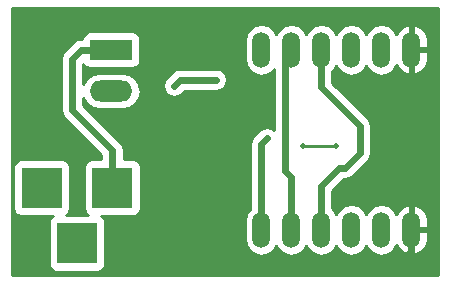
<source format=gbr>
G04 #@! TF.FileFunction,Copper,L2,Bot,Signal*
%FSLAX46Y46*%
G04 Gerber Fmt 4.6, Leading zero omitted, Abs format (unit mm)*
G04 Created by KiCad (PCBNEW 4.0.4-stable) date 11/12/16 20:40:28*
%MOMM*%
%LPD*%
G01*
G04 APERTURE LIST*
%ADD10C,0.100000*%
%ADD11R,3.600000X1.800000*%
%ADD12O,3.600000X1.800000*%
%ADD13O,1.506220X3.014980*%
%ADD14R,3.500120X3.500120*%
%ADD15C,0.508000*%
%ADD16C,0.609600*%
%ADD17C,0.254000*%
G04 APERTURE END LIST*
D10*
D11*
X120904000Y-101092000D03*
D12*
X120904000Y-104592000D03*
D13*
X133604000Y-116332000D03*
X136144000Y-116332000D03*
X138684000Y-116332000D03*
X141224000Y-116332000D03*
X143764000Y-116332000D03*
X146304000Y-116332000D03*
X133604000Y-101092000D03*
X136144000Y-101092000D03*
X138684000Y-101092000D03*
X141224000Y-101092000D03*
X143764000Y-101092000D03*
X146304000Y-101092000D03*
D14*
X121008140Y-112776000D03*
X115008660Y-112776000D03*
X118008400Y-117475000D03*
D15*
X132080000Y-114808000D03*
X132207000Y-110617000D03*
X134112000Y-108585000D03*
X137160000Y-109220000D03*
X139954000Y-109220000D03*
X129794000Y-103632000D03*
X126238000Y-104140000D03*
D16*
X121008140Y-112776000D02*
X121008140Y-109578140D01*
X118364000Y-101092000D02*
X120904000Y-101092000D01*
X117602000Y-101854000D02*
X118364000Y-101092000D01*
X117602000Y-106172000D02*
X117602000Y-101854000D01*
X121008140Y-109578140D02*
X117602000Y-106172000D01*
X132080000Y-114808000D02*
X132080000Y-117856000D01*
X146304000Y-118110000D02*
X146304000Y-116332000D01*
X145542000Y-118872000D02*
X146304000Y-118110000D01*
X133096000Y-118872000D02*
X145542000Y-118872000D01*
X132080000Y-117856000D02*
X133096000Y-118872000D01*
X132080000Y-114808000D02*
X132080000Y-114554000D01*
X132207000Y-114427000D02*
X132207000Y-110617000D01*
D17*
X132080000Y-114554000D02*
X132207000Y-114427000D01*
D16*
X134112000Y-108585000D02*
X133604000Y-109093000D01*
X133604000Y-109093000D02*
X133604000Y-116332000D01*
D17*
X137160000Y-109220000D02*
X139954000Y-109220000D01*
D16*
X126746000Y-103632000D02*
X129794000Y-103632000D01*
X126238000Y-104140000D02*
X126746000Y-103632000D01*
X138684000Y-116332000D02*
X138684000Y-112649000D01*
X138684000Y-104267000D02*
X138684000Y-101092000D01*
X141986000Y-107569000D02*
X138684000Y-104267000D01*
X141986000Y-109855000D02*
X141986000Y-107569000D01*
X140716000Y-111125000D02*
X141986000Y-109855000D01*
X140208000Y-111125000D02*
X140716000Y-111125000D01*
X138684000Y-112649000D02*
X140208000Y-111125000D01*
X136144000Y-116332000D02*
X136144000Y-111887000D01*
X135636000Y-111379000D02*
X135636000Y-101600000D01*
X136144000Y-111887000D02*
X135636000Y-111379000D01*
X135636000Y-101600000D02*
X136144000Y-101092000D01*
D17*
G36*
X148590000Y-120142000D02*
X112522000Y-120142000D01*
X112522000Y-111025940D01*
X112611160Y-111025940D01*
X112611160Y-114526060D01*
X112655438Y-114761377D01*
X112794510Y-114977501D01*
X113006710Y-115122491D01*
X113258600Y-115173500D01*
X115942645Y-115173500D01*
X115806899Y-115260850D01*
X115661909Y-115473050D01*
X115610900Y-115724940D01*
X115610900Y-119225060D01*
X115655178Y-119460377D01*
X115794250Y-119676501D01*
X116006450Y-119821491D01*
X116258340Y-119872500D01*
X119758460Y-119872500D01*
X119993777Y-119828222D01*
X120209901Y-119689150D01*
X120354891Y-119476950D01*
X120405900Y-119225060D01*
X120405900Y-115724940D01*
X120361622Y-115489623D01*
X120222550Y-115273499D01*
X120076197Y-115173500D01*
X122758200Y-115173500D01*
X122993517Y-115129222D01*
X123209641Y-114990150D01*
X123354631Y-114777950D01*
X123405640Y-114526060D01*
X123405640Y-111025940D01*
X123361362Y-110790623D01*
X123222290Y-110574499D01*
X123010090Y-110429509D01*
X122758200Y-110378500D01*
X121947940Y-110378500D01*
X121947940Y-109578140D01*
X121876402Y-109218494D01*
X121672679Y-108913601D01*
X118541800Y-105782722D01*
X118541800Y-105184895D01*
X118870887Y-105677409D01*
X119368877Y-106010155D01*
X119956296Y-106127000D01*
X121851704Y-106127000D01*
X122439123Y-106010155D01*
X122937113Y-105677409D01*
X123269859Y-105179419D01*
X123386704Y-104592000D01*
X123296796Y-104140000D01*
X125298200Y-104140000D01*
X125369738Y-104499646D01*
X125573461Y-104804539D01*
X125878354Y-105008262D01*
X126238000Y-105079800D01*
X126597646Y-105008262D01*
X126902539Y-104804539D01*
X127135278Y-104571800D01*
X129794000Y-104571800D01*
X130153646Y-104500262D01*
X130458539Y-104296539D01*
X130662262Y-103991646D01*
X130733800Y-103632000D01*
X130662262Y-103272354D01*
X130458539Y-102967461D01*
X130153646Y-102763738D01*
X129794000Y-102692200D01*
X126746000Y-102692200D01*
X126386354Y-102763738D01*
X126081461Y-102967461D01*
X125573461Y-103475461D01*
X125369738Y-103780354D01*
X125298200Y-104140000D01*
X123296796Y-104140000D01*
X123269859Y-104004581D01*
X122937113Y-103506591D01*
X122439123Y-103173845D01*
X121851704Y-103057000D01*
X119956296Y-103057000D01*
X119368877Y-103173845D01*
X118870887Y-103506591D01*
X118541800Y-103999105D01*
X118541800Y-102290974D01*
X118639910Y-102443441D01*
X118852110Y-102588431D01*
X119104000Y-102639440D01*
X122704000Y-102639440D01*
X122939317Y-102595162D01*
X123155441Y-102456090D01*
X123300431Y-102243890D01*
X123351440Y-101992000D01*
X123351440Y-100295646D01*
X132215890Y-100295646D01*
X132215890Y-101888354D01*
X132321554Y-102419561D01*
X132622458Y-102869896D01*
X133072793Y-103170800D01*
X133604000Y-103276464D01*
X134135207Y-103170800D01*
X134585542Y-102869896D01*
X134696200Y-102704284D01*
X134696200Y-107866780D01*
X134471645Y-107716738D01*
X134112000Y-107645200D01*
X133752354Y-107716738D01*
X133447461Y-107920461D01*
X132939461Y-108428461D01*
X132735738Y-108733354D01*
X132664200Y-109093000D01*
X132664200Y-114526213D01*
X132622458Y-114554104D01*
X132321554Y-115004439D01*
X132215890Y-115535646D01*
X132215890Y-117128354D01*
X132321554Y-117659561D01*
X132622458Y-118109896D01*
X133072793Y-118410800D01*
X133604000Y-118516464D01*
X134135207Y-118410800D01*
X134585542Y-118109896D01*
X134874000Y-117678188D01*
X135162458Y-118109896D01*
X135612793Y-118410800D01*
X136144000Y-118516464D01*
X136675207Y-118410800D01*
X137125542Y-118109896D01*
X137414000Y-117678188D01*
X137702458Y-118109896D01*
X138152793Y-118410800D01*
X138684000Y-118516464D01*
X139215207Y-118410800D01*
X139665542Y-118109896D01*
X139954000Y-117678188D01*
X140242458Y-118109896D01*
X140692793Y-118410800D01*
X141224000Y-118516464D01*
X141755207Y-118410800D01*
X142205542Y-118109896D01*
X142494000Y-117678188D01*
X142782458Y-118109896D01*
X143232793Y-118410800D01*
X143764000Y-118516464D01*
X144295207Y-118410800D01*
X144745542Y-118109896D01*
X145046446Y-117659561D01*
X145047016Y-117656694D01*
X145070154Y-117734919D01*
X145412260Y-118157724D01*
X145890125Y-118417427D01*
X145962326Y-118431783D01*
X146177000Y-118309162D01*
X146177000Y-116459000D01*
X146431000Y-116459000D01*
X146431000Y-118309162D01*
X146645674Y-118431783D01*
X146717875Y-118417427D01*
X147195740Y-118157724D01*
X147537846Y-117734919D01*
X147692110Y-117213380D01*
X147692110Y-116459000D01*
X146431000Y-116459000D01*
X146177000Y-116459000D01*
X146157000Y-116459000D01*
X146157000Y-116205000D01*
X146177000Y-116205000D01*
X146177000Y-114354838D01*
X146431000Y-114354838D01*
X146431000Y-116205000D01*
X147692110Y-116205000D01*
X147692110Y-115450620D01*
X147537846Y-114929081D01*
X147195740Y-114506276D01*
X146717875Y-114246573D01*
X146645674Y-114232217D01*
X146431000Y-114354838D01*
X146177000Y-114354838D01*
X145962326Y-114232217D01*
X145890125Y-114246573D01*
X145412260Y-114506276D01*
X145070154Y-114929081D01*
X145047016Y-115007306D01*
X145046446Y-115004439D01*
X144745542Y-114554104D01*
X144295207Y-114253200D01*
X143764000Y-114147536D01*
X143232793Y-114253200D01*
X142782458Y-114554104D01*
X142494000Y-114985812D01*
X142205542Y-114554104D01*
X141755207Y-114253200D01*
X141224000Y-114147536D01*
X140692793Y-114253200D01*
X140242458Y-114554104D01*
X139954000Y-114985812D01*
X139665542Y-114554104D01*
X139623800Y-114526213D01*
X139623800Y-113038278D01*
X140597278Y-112064800D01*
X140716000Y-112064800D01*
X141075646Y-111993262D01*
X141380539Y-111789539D01*
X142650539Y-110519539D01*
X142854262Y-110214646D01*
X142925800Y-109855000D01*
X142925800Y-107569000D01*
X142854262Y-107209354D01*
X142650539Y-106904461D01*
X139623800Y-103877722D01*
X139623800Y-102897787D01*
X139665542Y-102869896D01*
X139954000Y-102438188D01*
X140242458Y-102869896D01*
X140692793Y-103170800D01*
X141224000Y-103276464D01*
X141755207Y-103170800D01*
X142205542Y-102869896D01*
X142494000Y-102438188D01*
X142782458Y-102869896D01*
X143232793Y-103170800D01*
X143764000Y-103276464D01*
X144295207Y-103170800D01*
X144745542Y-102869896D01*
X145046446Y-102419561D01*
X145047016Y-102416694D01*
X145070154Y-102494919D01*
X145412260Y-102917724D01*
X145890125Y-103177427D01*
X145962326Y-103191783D01*
X146177000Y-103069162D01*
X146177000Y-101219000D01*
X146431000Y-101219000D01*
X146431000Y-103069162D01*
X146645674Y-103191783D01*
X146717875Y-103177427D01*
X147195740Y-102917724D01*
X147537846Y-102494919D01*
X147692110Y-101973380D01*
X147692110Y-101219000D01*
X146431000Y-101219000D01*
X146177000Y-101219000D01*
X146157000Y-101219000D01*
X146157000Y-100965000D01*
X146177000Y-100965000D01*
X146177000Y-99114838D01*
X146431000Y-99114838D01*
X146431000Y-100965000D01*
X147692110Y-100965000D01*
X147692110Y-100210620D01*
X147537846Y-99689081D01*
X147195740Y-99266276D01*
X146717875Y-99006573D01*
X146645674Y-98992217D01*
X146431000Y-99114838D01*
X146177000Y-99114838D01*
X145962326Y-98992217D01*
X145890125Y-99006573D01*
X145412260Y-99266276D01*
X145070154Y-99689081D01*
X145047016Y-99767306D01*
X145046446Y-99764439D01*
X144745542Y-99314104D01*
X144295207Y-99013200D01*
X143764000Y-98907536D01*
X143232793Y-99013200D01*
X142782458Y-99314104D01*
X142494000Y-99745812D01*
X142205542Y-99314104D01*
X141755207Y-99013200D01*
X141224000Y-98907536D01*
X140692793Y-99013200D01*
X140242458Y-99314104D01*
X139954000Y-99745812D01*
X139665542Y-99314104D01*
X139215207Y-99013200D01*
X138684000Y-98907536D01*
X138152793Y-99013200D01*
X137702458Y-99314104D01*
X137414000Y-99745812D01*
X137125542Y-99314104D01*
X136675207Y-99013200D01*
X136144000Y-98907536D01*
X135612793Y-99013200D01*
X135162458Y-99314104D01*
X134874000Y-99745812D01*
X134585542Y-99314104D01*
X134135207Y-99013200D01*
X133604000Y-98907536D01*
X133072793Y-99013200D01*
X132622458Y-99314104D01*
X132321554Y-99764439D01*
X132215890Y-100295646D01*
X123351440Y-100295646D01*
X123351440Y-100192000D01*
X123307162Y-99956683D01*
X123168090Y-99740559D01*
X122955890Y-99595569D01*
X122704000Y-99544560D01*
X119104000Y-99544560D01*
X118868683Y-99588838D01*
X118652559Y-99727910D01*
X118507569Y-99940110D01*
X118464620Y-100152200D01*
X118364000Y-100152200D01*
X118004354Y-100223738D01*
X117699461Y-100427461D01*
X116937461Y-101189461D01*
X116733738Y-101494354D01*
X116662200Y-101854000D01*
X116662200Y-106172000D01*
X116733738Y-106531646D01*
X116937461Y-106836539D01*
X120068340Y-109967418D01*
X120068340Y-110378500D01*
X119258080Y-110378500D01*
X119022763Y-110422778D01*
X118806639Y-110561850D01*
X118661649Y-110774050D01*
X118610640Y-111025940D01*
X118610640Y-114526060D01*
X118654918Y-114761377D01*
X118793990Y-114977501D01*
X118940343Y-115077500D01*
X117074415Y-115077500D01*
X117210161Y-114990150D01*
X117355151Y-114777950D01*
X117406160Y-114526060D01*
X117406160Y-111025940D01*
X117361882Y-110790623D01*
X117222810Y-110574499D01*
X117010610Y-110429509D01*
X116758720Y-110378500D01*
X113258600Y-110378500D01*
X113023283Y-110422778D01*
X112807159Y-110561850D01*
X112662169Y-110774050D01*
X112611160Y-111025940D01*
X112522000Y-111025940D01*
X112522000Y-97536000D01*
X148590000Y-97536000D01*
X148590000Y-120142000D01*
X148590000Y-120142000D01*
G37*
X148590000Y-120142000D02*
X112522000Y-120142000D01*
X112522000Y-111025940D01*
X112611160Y-111025940D01*
X112611160Y-114526060D01*
X112655438Y-114761377D01*
X112794510Y-114977501D01*
X113006710Y-115122491D01*
X113258600Y-115173500D01*
X115942645Y-115173500D01*
X115806899Y-115260850D01*
X115661909Y-115473050D01*
X115610900Y-115724940D01*
X115610900Y-119225060D01*
X115655178Y-119460377D01*
X115794250Y-119676501D01*
X116006450Y-119821491D01*
X116258340Y-119872500D01*
X119758460Y-119872500D01*
X119993777Y-119828222D01*
X120209901Y-119689150D01*
X120354891Y-119476950D01*
X120405900Y-119225060D01*
X120405900Y-115724940D01*
X120361622Y-115489623D01*
X120222550Y-115273499D01*
X120076197Y-115173500D01*
X122758200Y-115173500D01*
X122993517Y-115129222D01*
X123209641Y-114990150D01*
X123354631Y-114777950D01*
X123405640Y-114526060D01*
X123405640Y-111025940D01*
X123361362Y-110790623D01*
X123222290Y-110574499D01*
X123010090Y-110429509D01*
X122758200Y-110378500D01*
X121947940Y-110378500D01*
X121947940Y-109578140D01*
X121876402Y-109218494D01*
X121672679Y-108913601D01*
X118541800Y-105782722D01*
X118541800Y-105184895D01*
X118870887Y-105677409D01*
X119368877Y-106010155D01*
X119956296Y-106127000D01*
X121851704Y-106127000D01*
X122439123Y-106010155D01*
X122937113Y-105677409D01*
X123269859Y-105179419D01*
X123386704Y-104592000D01*
X123296796Y-104140000D01*
X125298200Y-104140000D01*
X125369738Y-104499646D01*
X125573461Y-104804539D01*
X125878354Y-105008262D01*
X126238000Y-105079800D01*
X126597646Y-105008262D01*
X126902539Y-104804539D01*
X127135278Y-104571800D01*
X129794000Y-104571800D01*
X130153646Y-104500262D01*
X130458539Y-104296539D01*
X130662262Y-103991646D01*
X130733800Y-103632000D01*
X130662262Y-103272354D01*
X130458539Y-102967461D01*
X130153646Y-102763738D01*
X129794000Y-102692200D01*
X126746000Y-102692200D01*
X126386354Y-102763738D01*
X126081461Y-102967461D01*
X125573461Y-103475461D01*
X125369738Y-103780354D01*
X125298200Y-104140000D01*
X123296796Y-104140000D01*
X123269859Y-104004581D01*
X122937113Y-103506591D01*
X122439123Y-103173845D01*
X121851704Y-103057000D01*
X119956296Y-103057000D01*
X119368877Y-103173845D01*
X118870887Y-103506591D01*
X118541800Y-103999105D01*
X118541800Y-102290974D01*
X118639910Y-102443441D01*
X118852110Y-102588431D01*
X119104000Y-102639440D01*
X122704000Y-102639440D01*
X122939317Y-102595162D01*
X123155441Y-102456090D01*
X123300431Y-102243890D01*
X123351440Y-101992000D01*
X123351440Y-100295646D01*
X132215890Y-100295646D01*
X132215890Y-101888354D01*
X132321554Y-102419561D01*
X132622458Y-102869896D01*
X133072793Y-103170800D01*
X133604000Y-103276464D01*
X134135207Y-103170800D01*
X134585542Y-102869896D01*
X134696200Y-102704284D01*
X134696200Y-107866780D01*
X134471645Y-107716738D01*
X134112000Y-107645200D01*
X133752354Y-107716738D01*
X133447461Y-107920461D01*
X132939461Y-108428461D01*
X132735738Y-108733354D01*
X132664200Y-109093000D01*
X132664200Y-114526213D01*
X132622458Y-114554104D01*
X132321554Y-115004439D01*
X132215890Y-115535646D01*
X132215890Y-117128354D01*
X132321554Y-117659561D01*
X132622458Y-118109896D01*
X133072793Y-118410800D01*
X133604000Y-118516464D01*
X134135207Y-118410800D01*
X134585542Y-118109896D01*
X134874000Y-117678188D01*
X135162458Y-118109896D01*
X135612793Y-118410800D01*
X136144000Y-118516464D01*
X136675207Y-118410800D01*
X137125542Y-118109896D01*
X137414000Y-117678188D01*
X137702458Y-118109896D01*
X138152793Y-118410800D01*
X138684000Y-118516464D01*
X139215207Y-118410800D01*
X139665542Y-118109896D01*
X139954000Y-117678188D01*
X140242458Y-118109896D01*
X140692793Y-118410800D01*
X141224000Y-118516464D01*
X141755207Y-118410800D01*
X142205542Y-118109896D01*
X142494000Y-117678188D01*
X142782458Y-118109896D01*
X143232793Y-118410800D01*
X143764000Y-118516464D01*
X144295207Y-118410800D01*
X144745542Y-118109896D01*
X145046446Y-117659561D01*
X145047016Y-117656694D01*
X145070154Y-117734919D01*
X145412260Y-118157724D01*
X145890125Y-118417427D01*
X145962326Y-118431783D01*
X146177000Y-118309162D01*
X146177000Y-116459000D01*
X146431000Y-116459000D01*
X146431000Y-118309162D01*
X146645674Y-118431783D01*
X146717875Y-118417427D01*
X147195740Y-118157724D01*
X147537846Y-117734919D01*
X147692110Y-117213380D01*
X147692110Y-116459000D01*
X146431000Y-116459000D01*
X146177000Y-116459000D01*
X146157000Y-116459000D01*
X146157000Y-116205000D01*
X146177000Y-116205000D01*
X146177000Y-114354838D01*
X146431000Y-114354838D01*
X146431000Y-116205000D01*
X147692110Y-116205000D01*
X147692110Y-115450620D01*
X147537846Y-114929081D01*
X147195740Y-114506276D01*
X146717875Y-114246573D01*
X146645674Y-114232217D01*
X146431000Y-114354838D01*
X146177000Y-114354838D01*
X145962326Y-114232217D01*
X145890125Y-114246573D01*
X145412260Y-114506276D01*
X145070154Y-114929081D01*
X145047016Y-115007306D01*
X145046446Y-115004439D01*
X144745542Y-114554104D01*
X144295207Y-114253200D01*
X143764000Y-114147536D01*
X143232793Y-114253200D01*
X142782458Y-114554104D01*
X142494000Y-114985812D01*
X142205542Y-114554104D01*
X141755207Y-114253200D01*
X141224000Y-114147536D01*
X140692793Y-114253200D01*
X140242458Y-114554104D01*
X139954000Y-114985812D01*
X139665542Y-114554104D01*
X139623800Y-114526213D01*
X139623800Y-113038278D01*
X140597278Y-112064800D01*
X140716000Y-112064800D01*
X141075646Y-111993262D01*
X141380539Y-111789539D01*
X142650539Y-110519539D01*
X142854262Y-110214646D01*
X142925800Y-109855000D01*
X142925800Y-107569000D01*
X142854262Y-107209354D01*
X142650539Y-106904461D01*
X139623800Y-103877722D01*
X139623800Y-102897787D01*
X139665542Y-102869896D01*
X139954000Y-102438188D01*
X140242458Y-102869896D01*
X140692793Y-103170800D01*
X141224000Y-103276464D01*
X141755207Y-103170800D01*
X142205542Y-102869896D01*
X142494000Y-102438188D01*
X142782458Y-102869896D01*
X143232793Y-103170800D01*
X143764000Y-103276464D01*
X144295207Y-103170800D01*
X144745542Y-102869896D01*
X145046446Y-102419561D01*
X145047016Y-102416694D01*
X145070154Y-102494919D01*
X145412260Y-102917724D01*
X145890125Y-103177427D01*
X145962326Y-103191783D01*
X146177000Y-103069162D01*
X146177000Y-101219000D01*
X146431000Y-101219000D01*
X146431000Y-103069162D01*
X146645674Y-103191783D01*
X146717875Y-103177427D01*
X147195740Y-102917724D01*
X147537846Y-102494919D01*
X147692110Y-101973380D01*
X147692110Y-101219000D01*
X146431000Y-101219000D01*
X146177000Y-101219000D01*
X146157000Y-101219000D01*
X146157000Y-100965000D01*
X146177000Y-100965000D01*
X146177000Y-99114838D01*
X146431000Y-99114838D01*
X146431000Y-100965000D01*
X147692110Y-100965000D01*
X147692110Y-100210620D01*
X147537846Y-99689081D01*
X147195740Y-99266276D01*
X146717875Y-99006573D01*
X146645674Y-98992217D01*
X146431000Y-99114838D01*
X146177000Y-99114838D01*
X145962326Y-98992217D01*
X145890125Y-99006573D01*
X145412260Y-99266276D01*
X145070154Y-99689081D01*
X145047016Y-99767306D01*
X145046446Y-99764439D01*
X144745542Y-99314104D01*
X144295207Y-99013200D01*
X143764000Y-98907536D01*
X143232793Y-99013200D01*
X142782458Y-99314104D01*
X142494000Y-99745812D01*
X142205542Y-99314104D01*
X141755207Y-99013200D01*
X141224000Y-98907536D01*
X140692793Y-99013200D01*
X140242458Y-99314104D01*
X139954000Y-99745812D01*
X139665542Y-99314104D01*
X139215207Y-99013200D01*
X138684000Y-98907536D01*
X138152793Y-99013200D01*
X137702458Y-99314104D01*
X137414000Y-99745812D01*
X137125542Y-99314104D01*
X136675207Y-99013200D01*
X136144000Y-98907536D01*
X135612793Y-99013200D01*
X135162458Y-99314104D01*
X134874000Y-99745812D01*
X134585542Y-99314104D01*
X134135207Y-99013200D01*
X133604000Y-98907536D01*
X133072793Y-99013200D01*
X132622458Y-99314104D01*
X132321554Y-99764439D01*
X132215890Y-100295646D01*
X123351440Y-100295646D01*
X123351440Y-100192000D01*
X123307162Y-99956683D01*
X123168090Y-99740559D01*
X122955890Y-99595569D01*
X122704000Y-99544560D01*
X119104000Y-99544560D01*
X118868683Y-99588838D01*
X118652559Y-99727910D01*
X118507569Y-99940110D01*
X118464620Y-100152200D01*
X118364000Y-100152200D01*
X118004354Y-100223738D01*
X117699461Y-100427461D01*
X116937461Y-101189461D01*
X116733738Y-101494354D01*
X116662200Y-101854000D01*
X116662200Y-106172000D01*
X116733738Y-106531646D01*
X116937461Y-106836539D01*
X120068340Y-109967418D01*
X120068340Y-110378500D01*
X119258080Y-110378500D01*
X119022763Y-110422778D01*
X118806639Y-110561850D01*
X118661649Y-110774050D01*
X118610640Y-111025940D01*
X118610640Y-114526060D01*
X118654918Y-114761377D01*
X118793990Y-114977501D01*
X118940343Y-115077500D01*
X117074415Y-115077500D01*
X117210161Y-114990150D01*
X117355151Y-114777950D01*
X117406160Y-114526060D01*
X117406160Y-111025940D01*
X117361882Y-110790623D01*
X117222810Y-110574499D01*
X117010610Y-110429509D01*
X116758720Y-110378500D01*
X113258600Y-110378500D01*
X113023283Y-110422778D01*
X112807159Y-110561850D01*
X112662169Y-110774050D01*
X112611160Y-111025940D01*
X112522000Y-111025940D01*
X112522000Y-97536000D01*
X148590000Y-97536000D01*
X148590000Y-120142000D01*
M02*

</source>
